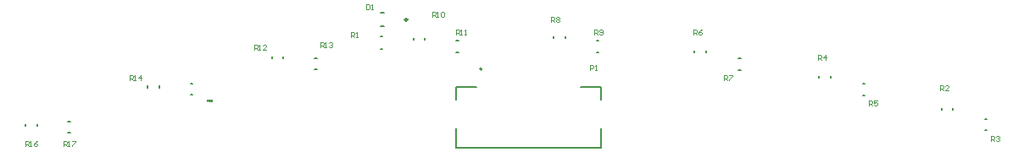
<source format=gbr>
%TF.GenerationSoftware,Altium Limited,Altium Designer,24.7.2 (38)*%
G04 Layer_Color=65535*
%FSLAX45Y45*%
%MOMM*%
%TF.SameCoordinates,B6918A48-4A74-411C-9F4E-45D1434950E3*%
%TF.FilePolarity,Positive*%
%TF.FileFunction,Legend,Top*%
%TF.Part,Single*%
G01*
G75*
%TA.AperFunction,NonConductor*%
%ADD22C,0.25000*%
%ADD23C,0.20000*%
%ADD24C,0.10000*%
%ADD25C,0.05000*%
D22*
X14272420Y6245380D02*
G03*
X14272420Y6245380I-12500J0D01*
G01*
D23*
X15016299Y5751900D02*
G03*
X15016299Y5751900I-10000J0D01*
G01*
X10881502Y5111257D02*
X10901502D01*
X10881502Y5226258D02*
X10901502D01*
X13347803Y5744459D02*
X13367802D01*
X13347803Y5859460D02*
X13367802D01*
X14004919Y6312880D02*
X14039922D01*
X14004919Y6177885D02*
X14039922D01*
X14760103Y5921659D02*
X14780103D01*
X14760103Y6036661D02*
X14780103D01*
X15848682Y6058063D02*
Y6078063D01*
X15733679Y6058063D02*
Y6078063D01*
X16162183Y5921659D02*
X16182182D01*
X16162183Y6036661D02*
X16182182D01*
X17579503Y5743859D02*
X17599503D01*
X17579503Y5858861D02*
X17599503D01*
X17253300Y5918363D02*
Y5938363D01*
X17138300Y5918363D02*
Y5938363D01*
X18497900Y5664363D02*
Y5684363D01*
X18382899Y5664363D02*
Y5684363D01*
X18817798Y5489859D02*
X18837798D01*
X18817798Y5604861D02*
X18837798D01*
X19722099Y5342961D02*
Y5362961D01*
X19607098Y5342961D02*
Y5362961D01*
X10456200Y5178664D02*
Y5198664D01*
X10571201Y5178664D02*
Y5198664D01*
X11675100Y5563763D02*
Y5583763D01*
X11790101Y5563763D02*
Y5583763D01*
X12919299Y5855462D02*
Y5875462D01*
X13034300Y5855462D02*
Y5875462D01*
X14002917Y5954283D02*
X14022919D01*
X14002917Y6079282D02*
X14022919D01*
X14331599Y6045363D02*
Y6065363D01*
X14446600Y6045363D02*
Y6065363D01*
X12103603Y5605861D02*
X12123603D01*
X12103603Y5490860D02*
X12123603D01*
X14761301Y4964999D02*
X16201299D01*
X14761301D02*
Y5157998D01*
Y5442001D02*
Y5570002D01*
X16201299Y4964999D02*
Y5157998D01*
Y5442001D02*
Y5570002D01*
X16003300D02*
X16201299D01*
X14761301D02*
X14959300D01*
X20041997Y5251760D02*
X20061996D01*
X20041997Y5136759D02*
X20061996D01*
D24*
X12739120Y5944008D02*
Y5993992D01*
X12764112D01*
X12772443Y5985661D01*
Y5969000D01*
X12764112Y5960669D01*
X12739120D01*
X12755781D02*
X12772443Y5944008D01*
X12789104D02*
X12805765D01*
X12797435D01*
Y5993992D01*
X12789104Y5985661D01*
X12864079Y5944008D02*
X12830757D01*
X12864079Y5977331D01*
Y5985661D01*
X12855750Y5993992D01*
X12839088D01*
X12830757Y5985661D01*
X20100546Y5029608D02*
Y5079592D01*
X20125539D01*
X20133870Y5071261D01*
Y5054600D01*
X20125539Y5046269D01*
X20100546D01*
X20117207D02*
X20133870Y5029608D01*
X20150531Y5071261D02*
X20158861Y5079592D01*
X20175523D01*
X20183853Y5071261D01*
Y5062931D01*
X20175523Y5054600D01*
X20167192D01*
X20175523D01*
X20183853Y5046269D01*
Y5037939D01*
X20175523Y5029608D01*
X20158861D01*
X20150531Y5037939D01*
X19592548Y5537608D02*
Y5587592D01*
X19617538D01*
X19625870Y5579261D01*
Y5562600D01*
X19617538Y5554269D01*
X19592548D01*
X19609209D02*
X19625870Y5537608D01*
X19675853D02*
X19642531D01*
X19675853Y5570931D01*
Y5579261D01*
X19667523Y5587592D01*
X19650861D01*
X19642531Y5579261D01*
X18881348Y5385208D02*
Y5435192D01*
X18906339D01*
X18914670Y5426861D01*
Y5410200D01*
X18906339Y5401869D01*
X18881348D01*
X18898009D02*
X18914670Y5385208D01*
X18964653Y5435192D02*
X18931331D01*
Y5410200D01*
X18947992Y5418531D01*
X18956323D01*
X18964653Y5410200D01*
Y5393539D01*
X18956323Y5385208D01*
X18939661D01*
X18931331Y5393539D01*
X14754051Y6096408D02*
Y6146392D01*
X14779044D01*
X14787373Y6138061D01*
Y6121400D01*
X14779044Y6113069D01*
X14754051D01*
X14770712D02*
X14787373Y6096408D01*
X14804034D02*
X14820695D01*
X14812366D01*
Y6146392D01*
X14804034Y6138061D01*
X14845688Y6096408D02*
X14862349D01*
X14854019D01*
Y6146392D01*
X14845688Y6138061D01*
X14517120Y6274208D02*
Y6324192D01*
X14542113D01*
X14550443Y6315861D01*
Y6299200D01*
X14542113Y6290869D01*
X14517120D01*
X14533781D02*
X14550443Y6274208D01*
X14567104D02*
X14583765D01*
X14575435D01*
Y6324192D01*
X14567104Y6315861D01*
X14608757D02*
X14617088Y6324192D01*
X14633749D01*
X14642081Y6315861D01*
Y6282539D01*
X14633749Y6274208D01*
X14617088D01*
X14608757Y6282539D01*
Y6315861D01*
X18373347Y5842408D02*
Y5892392D01*
X18398338D01*
X18406670Y5884061D01*
Y5867400D01*
X18398338Y5859069D01*
X18373347D01*
X18390009D02*
X18406670Y5842408D01*
X18448323D02*
Y5892392D01*
X18423331Y5867400D01*
X18456653D01*
X13399519Y5969408D02*
Y6019392D01*
X13424512D01*
X13432843Y6011061D01*
Y5994400D01*
X13424512Y5986069D01*
X13399519D01*
X13416180D02*
X13432843Y5969408D01*
X13449504D02*
X13466165D01*
X13457835D01*
Y6019392D01*
X13449504Y6011061D01*
X13491158D02*
X13499487Y6019392D01*
X13516148D01*
X13524480Y6011061D01*
Y6002731D01*
X13516148Y5994400D01*
X13507819D01*
X13516148D01*
X13524480Y5986069D01*
Y5977739D01*
X13516148Y5969408D01*
X13499487D01*
X13491158Y5977739D01*
X16138147Y6096408D02*
Y6146392D01*
X16163139D01*
X16171471Y6138061D01*
Y6121400D01*
X16163139Y6113069D01*
X16138147D01*
X16154808D02*
X16171471Y6096408D01*
X16188132Y6104739D02*
X16196461Y6096408D01*
X16213123D01*
X16221452Y6104739D01*
Y6138061D01*
X16213123Y6146392D01*
X16196461D01*
X16188132Y6138061D01*
Y6129731D01*
X16196461Y6121400D01*
X16221452D01*
X13708078Y6071008D02*
Y6120992D01*
X13733070D01*
X13741400Y6112661D01*
Y6096000D01*
X13733070Y6087669D01*
X13708078D01*
X13724739D02*
X13741400Y6071008D01*
X13758061D02*
X13774722D01*
X13766393D01*
Y6120992D01*
X13758061Y6112661D01*
X15706348Y6223408D02*
Y6273392D01*
X15731339D01*
X15739670Y6265061D01*
Y6248400D01*
X15731339Y6240069D01*
X15706348D01*
X15723009D02*
X15739670Y6223408D01*
X15756331Y6265061D02*
X15764661Y6273392D01*
X15781323D01*
X15789653Y6265061D01*
Y6256731D01*
X15781323Y6248400D01*
X15789653Y6240069D01*
Y6231739D01*
X15781323Y6223408D01*
X15764661D01*
X15756331Y6231739D01*
Y6240069D01*
X15764661Y6248400D01*
X15756331Y6256731D01*
Y6265061D01*
X15764661Y6248400D02*
X15781323D01*
X10834120Y4978808D02*
Y5028792D01*
X10859112D01*
X10867443Y5020461D01*
Y5003800D01*
X10859112Y4995469D01*
X10834120D01*
X10850781D02*
X10867443Y4978808D01*
X10884104D02*
X10900765D01*
X10892435D01*
Y5028792D01*
X10884104Y5020461D01*
X10925757Y5028792D02*
X10959080D01*
Y5020461D01*
X10925757Y4987139D01*
Y4978808D01*
X17128748Y6096408D02*
Y6146392D01*
X17153738D01*
X17162070Y6138061D01*
Y6121400D01*
X17153738Y6113069D01*
X17128748D01*
X17145409D02*
X17162070Y6096408D01*
X17212053Y6146392D02*
X17195392Y6138061D01*
X17178731Y6121400D01*
Y6104739D01*
X17187061Y6096408D01*
X17203723D01*
X17212053Y6104739D01*
Y6113069D01*
X17203723Y6121400D01*
X17178731D01*
X11494520Y5639208D02*
Y5689192D01*
X11519512D01*
X11527843Y5680861D01*
Y5664200D01*
X11519512Y5655869D01*
X11494520D01*
X11511181D02*
X11527843Y5639208D01*
X11544504D02*
X11561165D01*
X11552835D01*
Y5689192D01*
X11544504Y5680861D01*
X11611149Y5639208D02*
Y5689192D01*
X11586157Y5664200D01*
X11619480D01*
X10453120Y4978808D02*
Y5028792D01*
X10478112D01*
X10486443Y5020461D01*
Y5003800D01*
X10478112Y4995469D01*
X10453120D01*
X10469781D02*
X10486443Y4978808D01*
X10503104D02*
X10519765D01*
X10511435D01*
Y5028792D01*
X10503104Y5020461D01*
X10578080Y5028792D02*
X10561418Y5020461D01*
X10544757Y5003800D01*
Y4987139D01*
X10553088Y4978808D01*
X10569749D01*
X10578080Y4987139D01*
Y4995469D01*
X10569749Y5003800D01*
X10544757D01*
X17433546Y5639208D02*
Y5689192D01*
X17458539D01*
X17466870Y5680861D01*
Y5664200D01*
X17458539Y5655869D01*
X17433546D01*
X17450208D02*
X17466870Y5639208D01*
X17483531Y5689192D02*
X17516853D01*
Y5680861D01*
X17483531Y5647539D01*
Y5639208D01*
X16095679Y5740808D02*
Y5790792D01*
X16120670D01*
X16128999Y5782461D01*
Y5765800D01*
X16120670Y5757469D01*
X16095679D01*
X16145660Y5740808D02*
X16162323D01*
X16153992D01*
Y5790792D01*
X16145660Y5782461D01*
X13860478Y6400392D02*
Y6350408D01*
X13885471D01*
X13893800Y6358739D01*
Y6392061D01*
X13885471Y6400392D01*
X13860478D01*
X13910461Y6350408D02*
X13927122D01*
X13918793D01*
Y6400392D01*
X13910461Y6392061D01*
D25*
X12268608Y5425603D02*
Y5445597D01*
X12278605D01*
X12281937Y5442264D01*
Y5435600D01*
X12278605Y5432268D01*
X12268608D01*
X12275273D02*
X12281937Y5425603D01*
X12288602D02*
X12295266D01*
X12291934D01*
Y5445597D01*
X12288602Y5442264D01*
X12318592Y5445597D02*
X12305263D01*
Y5435600D01*
X12311927Y5438932D01*
X12315260D01*
X12318592Y5435600D01*
Y5428936D01*
X12315260Y5425603D01*
X12308595D01*
X12305263Y5428936D01*
%TF.MD5,afa071e81ae7d7683054ff29d15e9c27*%
M02*

</source>
